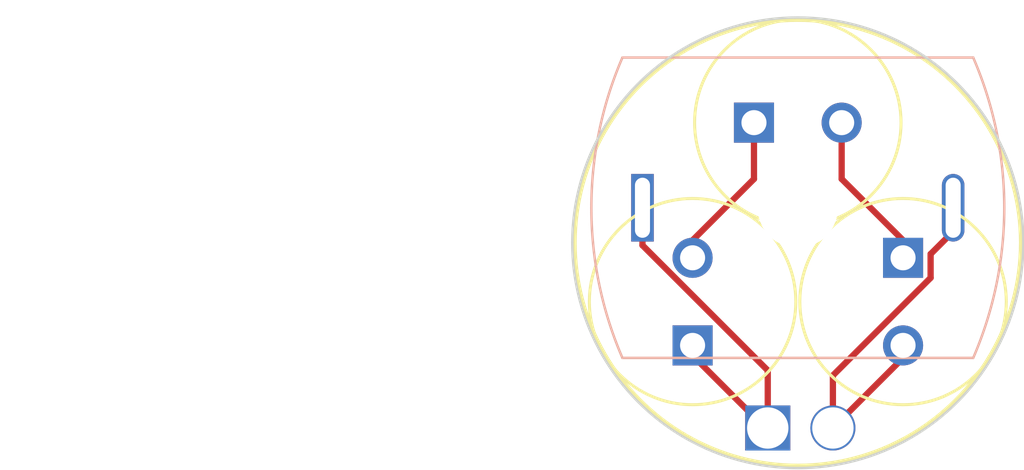
<source format=kicad_pcb>
(kicad_pcb (version 20221018) (generator pcbnew)
  (layers (0 "F.Cu" signal) (31 "B.Cu" signal) (34 "B.Paste" user) (35 "F.Paste" user) (36 "B.SilkS" user "B.Silkscreen") (37 "F.SilkS" user "F.Silkscreen") (38 "B.Mask" user) (39 "F.Mask" user) (44 "Edge.Cuts" user))
  (net 0 "")
  (footprint "" (layer "F.Cu") (at 145.9 119.5)
    (fp_text reference "" (at 0 0) (layer "F.SilkS") (effects (font (size 1.27 1.27))))
    (fp_text value "" (at 0 0) (layer "F.SilkS") (effects (font (size 1.27 1.27))))
    (pad "2" thru_hole circle (at 0 0) (size 1.8 1.8) (drill 1.651) (layers "*.Cu" "*.Mask"))
  )
  (footprint "MountingHole:MountingHole_3.2mm_M3_ISO14580" (layer "F.Cu") (at 144.5 110.7)
    (fp_text reference "REF**" hide)
    (fp_text value "Mounting Hole 3.2mm")
    (pad "" np_thru_hole circle (at 0 0) (size 3.2 3.2) (drill 3.2) (layers "F&B.Cu" "*.Mask" "B.Paste"))
  )
  (footprint "Capacitor_THT:C_Radial_D8.0mm_H7.0mm_P3.50mm" (layer "F.Cu") (at 142.75 107.3)
    (fp_text reference "REF**" hide)
    (fp_text value "C1")
    (fp_circle (center 1.75 0) (end 5.87 0) (stroke (width 0.12)) (fill none) (layer "F.SilkS"))
    (pad "1" thru_hole rect (at 0 0) (size 1.6 1.6) (drill 1) (layers "*.Cu" "*.Mask"))
    (pad "2" thru_hole circle (at 3.5 0) (size 1.6 1.6) (drill 1) (layers "*.Cu" "*.Mask"))
  )
  (footprint "" (layer "F.Cu") (at 143.3 119.5)
    (fp_text reference "" (at 0 0) (layer "F.SilkS") (effects (font (size 1.27 1.27))))
    (fp_text value "" (at 0 0) (layer "F.SilkS") (effects (font (size 1.27 1.27))))
    (pad "1" thru_hole rect (at 0 0) (size 1.8 1.8) (drill 1.651) (layers "*.Cu" "*.Mask"))
  )
  (footprint "Capacitor_THT:C_Radial_D8.0mm_H7.0mm_P3.50mm" (layer "F.Cu") (at 140.3 116.2 90)
    (fp_text reference "REF**" hide)
    (fp_text value "C2")
    (fp_circle (center 1.75 0) (end 5.87 0) (stroke (width 0.12)) (fill none) (layer "F.SilkS"))
    (pad "1" thru_hole rect (at 0 0 90) (size 1.6 1.6) (drill 1) (layers "*.Cu" "*.Mask"))
    (pad "2" thru_hole circle (at 3.5 0 90) (size 1.6 1.6) (drill 1) (layers "*.Cu" "*.Mask"))
  )
  (footprint "Capacitor_THT:C_Radial_D8.0mm_H7.0mm_P3.50mm" (layer "F.Cu") (at 148.7 112.7 -90)
    (fp_text reference "REF**" hide)
    (fp_text value "C3")
    (fp_circle (center 1.75 0) (end 5.87 0) (stroke (width 0.12)) (fill none) (layer "F.SilkS"))
    (pad "1" thru_hole rect (at 0 0 270) (size 1.6 1.6) (drill 1) (layers "*.Cu" "*.Mask"))
    (pad "2" thru_hole circle (at 3.5 0 270) (size 1.6 1.6) (drill 1) (layers "*.Cu" "*.Mask"))
  )
  (footprint "2023Footprints:Torpedo Motor" (layer "B.Cu") (at 144.5 110.7 90)
    (fp_text reference "REF**" hide)
    (fp_text value "Torpedo Motor")
    (fp_line (start -6 7) (end -6 -7) (stroke (width 0.1)) (layer "B.SilkS"))
    (fp_line (start 6 7) (end 6 -7) (stroke (width 0.1)) (layer "B.SilkS"))
    (fp_arc (start -6 -6.999999) (mid 0 -8.239682) (end 6 -6.999999) (stroke (width 0.1)) (layer "B.SilkS"))
    (fp_arc (start 6 6.999999) (mid 0 8.239682) (end -6 6.999999) (stroke (width 0.1)) (layer "B.SilkS"))
    (pad "1" thru_hole rect locked (at 0 -6.2 90) (size 2.7 0.9) (drill oval 2.4 0.6) (layers "*.Cu" "*.Mask"))
    (pad "2" thru_hole oval locked (at 0 6.2 90) (size 2.7 0.9) (drill oval 2.4 0.6) (layers "*.Cu" "*.Mask"))
  )
  (gr_circle (center 144.5 112.1) (end 153.4 112.1) (stroke (width 0.15)) (fill none) (layer "F.SilkS"))
  (gr_circle (center 144.5 112.1) (end 153.5 112.1) (stroke (width 0.1)) (fill none) (layer "Edge.Cuts"))
  (segment (start 148.7 116.7) (end 145.9 119.5) (width 0.25) (layer "F.Cu") (net 0))
  (segment (start 138.3 112.2) (end 138.3 110.7) (width 0.25) (layer "F.Cu") (net 0))
  (segment (start 140.3 112) (end 142.75 109.55) (width 0.25) (layer "F.Cu") (net 0))
  (segment (start 143.3 119.5) (end 143.2 119.5) (width 0.25) (layer "F.Cu") (net 0))
  (segment (start 149.8 113.5) (end 149.8 112.55) (width 0.25) (layer "F.Cu") (net 0))
  (segment (start 150.7 111.65) (end 150.7 110.7) (width 0.25) (layer "F.Cu") (net 0))
  (segment (start 146.25 107.3) (end 146.25 109.55) (width 0.25) (layer "F.Cu") (net 0))
  (segment (start 150.55 102.45) (end 150.6 102.4) (width 0) (layer "F.Cu") (net 0))
  (segment (start 148.7 112) (end 148.7 112.7) (width 0.25) (layer "F.Cu") (net 0))
  (segment (start 145.9 119.5) (end 145.9 117.4) (width 0.25) (layer "F.Cu") (net 0))
  (segment (start 142.75 109.55) (end 142.75 107.3) (width 0.25) (layer "F.Cu") (net 0))
  (segment (start 148.7 116.2) (end 148.7 116.7) (width 0.25) (layer "F.Cu") (net 0))
  (segment (start 143.3 119.5) (end 143.3 117.2) (width 0.25) (layer "F.Cu") (net 0))
  (segment (start 140.3 112.7) (end 140.3 112) (width 0.25) (layer "F.Cu") (net 0))
  (segment (start 145.9 117.4) (end 149.8 113.5) (width 0.25) (layer "F.Cu") (net 0))
  (segment (start 146.25 109.55) (end 148.7 112) (width 0.25) (layer "F.Cu") (net 0))
  (segment (start 140.3 116.6) (end 140.3 116.2) (width 0.25) (layer "F.Cu") (net 0))
  (segment (start 149.8 112.55) (end 150.7 111.65) (width 0.25) (layer "F.Cu") (net 0))
  (segment (start 143.2 119.5) (end 140.3 116.6) (width 0.25) (layer "F.Cu") (net 0))
  (segment (start 143.3 117.2) (end 138.3 112.2) (width 0.25) (layer "F.Cu") (net 0))
)
</source>
